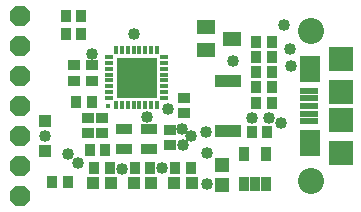
<source format=gts>
G75*
G70*
%OFA0B0*%
%FSLAX24Y24*%
%IPPOS*%
%LPD*%
%AMOC8*
5,1,8,0,0,1.08239X$1,22.5*
%
%ADD10C,0.0867*%
%ADD11R,0.0356X0.0434*%
%ADD12R,0.0434X0.0356*%
%ADD13R,0.0631X0.0474*%
%ADD14R,0.0395X0.0395*%
%ADD15R,0.1378X0.1378*%
%ADD16R,0.0138X0.0295*%
%ADD17R,0.0295X0.0138*%
%ADD18R,0.0178X0.0178*%
%ADD19R,0.0580X0.0330*%
%ADD20R,0.0513X0.0474*%
%ADD21R,0.0352X0.0470*%
%ADD22OC8,0.0674*%
%ADD23R,0.0611X0.0237*%
%ADD24R,0.0710X0.0907*%
%ADD25R,0.0828X0.0789*%
%ADD26R,0.0828X0.0828*%
%ADD27R,0.0867X0.0395*%
%ADD28C,0.0400*%
D10*
X013730Y002050D03*
X013730Y007050D03*
D11*
X012436Y006700D03*
X011924Y006700D03*
X011924Y006200D03*
X012436Y006200D03*
X012436Y005700D03*
X011924Y005700D03*
X011924Y005200D03*
X012436Y005200D03*
X012436Y004650D03*
X011924Y004650D03*
X011774Y003700D03*
X012286Y003700D03*
X009736Y002500D03*
X009224Y002500D03*
X008386Y002500D03*
X007874Y002500D03*
X007036Y002475D03*
X006524Y002475D03*
X006374Y003100D03*
X006886Y003100D03*
X005636Y002025D03*
X005124Y002025D03*
X005924Y004700D03*
X006436Y004700D03*
X006086Y006950D03*
X005574Y006950D03*
X005574Y007550D03*
X006086Y007550D03*
D12*
X005830Y005906D03*
X006430Y005906D03*
X006430Y005394D03*
X005830Y005394D03*
X006305Y004156D03*
X006780Y004156D03*
X006780Y003644D03*
X006305Y003644D03*
X009030Y003756D03*
X009030Y003244D03*
X009520Y004304D03*
X009520Y004816D03*
D13*
X010247Y006426D03*
X011113Y006800D03*
X010247Y007174D03*
D14*
X004880Y004050D03*
X004880Y003050D03*
X006485Y002000D03*
X007075Y002000D03*
X007835Y002000D03*
X008425Y002000D03*
X009185Y002000D03*
X009775Y002000D03*
D15*
X007930Y005500D03*
D16*
X007832Y004575D03*
X008028Y004575D03*
X008225Y004575D03*
X008422Y004575D03*
X008619Y004575D03*
X007635Y004575D03*
X007438Y004575D03*
X007241Y004575D03*
X007241Y006425D03*
X007438Y006425D03*
X007635Y006425D03*
X007832Y006425D03*
X008028Y006425D03*
X008225Y006425D03*
X008422Y006425D03*
X008619Y006425D03*
D17*
X008855Y006189D03*
X008855Y005992D03*
X008855Y005795D03*
X008855Y005598D03*
X008855Y005402D03*
X008855Y005205D03*
X008855Y005008D03*
X008855Y004811D03*
X007005Y004811D03*
X007005Y005008D03*
X007005Y005205D03*
X007005Y005402D03*
X007005Y005598D03*
X007005Y005795D03*
X007005Y005992D03*
X007005Y006189D03*
D18*
X006979Y004549D03*
D19*
X007500Y003780D03*
X008360Y003780D03*
X008360Y003120D03*
X007500Y003120D03*
D20*
X010780Y002585D03*
X010780Y001915D03*
D21*
X011506Y001942D03*
X011880Y001942D03*
X012254Y001942D03*
X012254Y002962D03*
X011506Y002962D03*
D22*
X004030Y001550D03*
X004030Y002550D03*
X004030Y003550D03*
X004030Y004550D03*
X004030Y005550D03*
X004030Y006550D03*
X004030Y007550D03*
D23*
X013677Y005062D03*
X013677Y004806D03*
X013677Y004550D03*
X013677Y004294D03*
X013677Y004038D03*
D24*
X013726Y003330D03*
X013726Y005770D03*
D25*
X014730Y006125D03*
X014730Y002975D03*
D26*
X014730Y004078D03*
X014730Y005022D03*
D27*
X010980Y005377D03*
X010980Y003723D03*
D28*
X011780Y004150D03*
X012330Y004150D03*
X012730Y004000D03*
X010230Y003700D03*
X009730Y003550D03*
X009480Y003250D03*
X010280Y003000D03*
X009430Y003800D03*
X008980Y004450D03*
X008280Y004200D03*
X007930Y005500D03*
X006430Y006300D03*
X007830Y006950D03*
X011130Y006050D03*
X013030Y006450D03*
X013080Y005900D03*
X012830Y007250D03*
X005980Y002650D03*
X005630Y002950D03*
X004880Y003550D03*
X007430Y002450D03*
X008780Y002500D03*
X010280Y001950D03*
M02*

</source>
